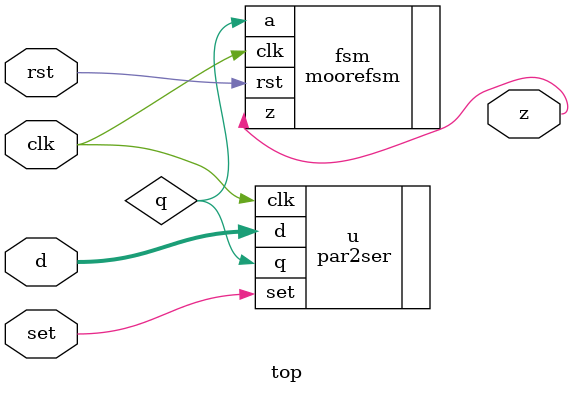
<source format=v>
`timescale 1ns / 1ps

module top(clk,set,rst,d,z);
    input set;
    input rst;
    input clk;
    input [7:0]d;   //²¢ÐÐÊäÈë
    output z;
    wire q;    //´®ÐÐÊä³ö  ½ÓÈëFSM
    par2ser u(.clk(clk),.set(set),.d(d),.q(q));
    moorefsm fsm(.clk(clk),.rst(rst),.a(q),.z(z));
endmodule

</source>
